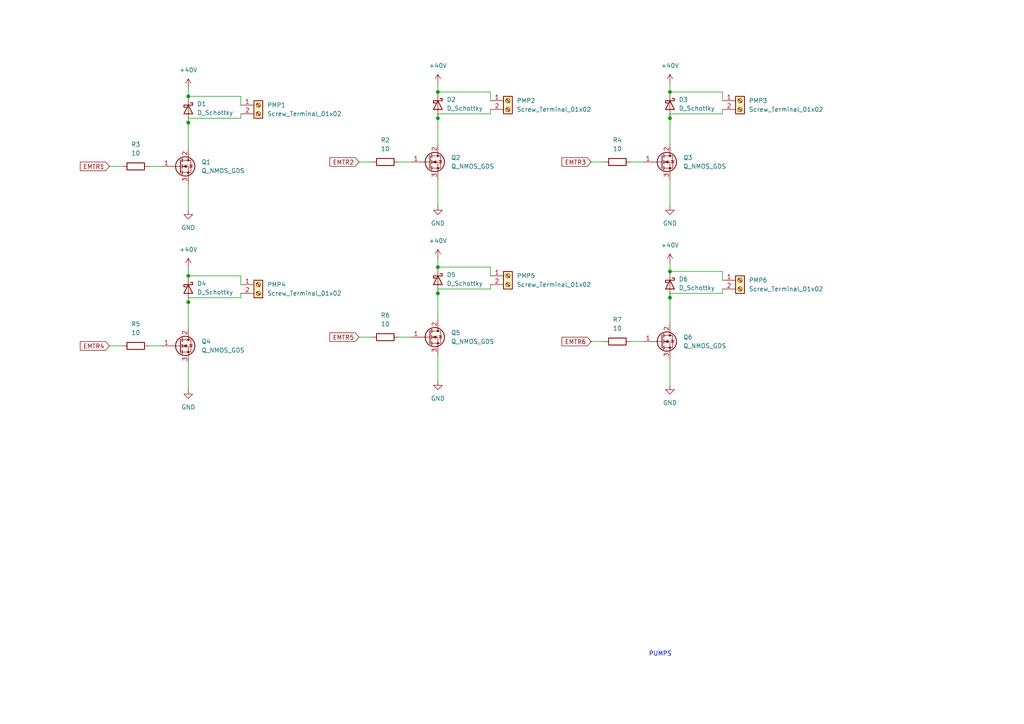
<source format=kicad_sch>
(kicad_sch (version 20231120) (generator "eeschema") (generator_version "8.0")
  (paper "A4")
  (lib_symbols
    (symbol "Connector:Screw_Terminal_01x02" (pin_names (offset 1.016) hide)
      (property "Reference" "J" (at 0 2.54 0))
      (property "Value" "Screw_Terminal_01x02" (at 0 -5.08 0))
      (symbol "Screw_Terminal_01x02_1_1"
        (rectangle (start -1.27 1.27) (end 1.27 -3.81) (stroke (width 0.254)) (fill (type background)))
        (circle (center 0 -2.54) (radius 0.635) (stroke (width 0.1524)))
        (polyline (pts (xy -0.5334 -2.2098) (xy 0.3302 -3.048)) (stroke (width 0.1524)))
        (polyline (pts (xy -0.5334 0.3302) (xy 0.3302 -0.508)) (stroke (width 0.1524)))
        (polyline (pts (xy -0.3556 -2.032) (xy 0.508 -2.8702)) (stroke (width 0.1524)))
        (polyline (pts (xy -0.3556 0.508) (xy 0.508 -0.3302)) (stroke (width 0.1524)))
        (circle (center 0 0) (radius 0.635) (stroke (width 0.1524)))
        (pin passive line (at -5.08 0 0) (length 3.81) (name "Pin_1") (number "1"))
        (pin passive line (at -5.08 -2.54 0) (length 3.81) (name "Pin_2") (number "2"))
      )
    )
    (symbol "Device:D_Schottky" (pin_numbers hide) (pin_names (offset 1.016) hide)
      (property "Reference" "D" (at 0 2.54 0))
      (property "Value" "D_Schottky" (at 0 -2.54 0))
      (symbol "D_Schottky_0_1"
        (polyline (pts (xy 1.27 0) (xy -1.27 0)))
        (polyline (pts (xy 1.27 1.27) (xy 1.27 -1.27) (xy -1.27 0) (xy 1.27 1.27)) (stroke (width 0.254)))
        (polyline (pts (xy -1.905 0.635) (xy -1.905 1.27) (xy -1.27 1.27) (xy -1.27 -1.27) (xy -0.635 -1.27) (xy -0.635 -0.635)) (stroke (width 0.254)))
      )
      (symbol "D_Schottky_1_1"
        (pin passive line (at -3.81 0 0) (length 2.54) (name "K") (number "1"))
        (pin passive line (at 3.81 0 180) (length 2.54) (name "A") (number "2"))
      )
    )
    (symbol "Device:Q_NMOS_GDS" (pin_names (offset 0) hide)
      (property "Reference" "Q" (at 5.08 1.27 0))
      (property "Value" "Q_NMOS_GDS" (at 5.08 -1.27 0))
      (symbol "Q_NMOS_GDS_0_1"
        (polyline (pts (xy 0.254 0) (xy -2.54 0)))
        (polyline (pts (xy 0.254 1.905) (xy 0.254 -1.905)) (stroke (width 0.254)))
        (polyline (pts (xy 0.762 -1.27) (xy 0.762 -2.286)) (stroke (width 0.254)))
        (polyline (pts (xy 0.762 0.508) (xy 0.762 -0.508)) (stroke (width 0.254)))
        (polyline (pts (xy 0.762 2.286) (xy 0.762 1.27)) (stroke (width 0.254)))
        (polyline (pts (xy 2.54 2.54) (xy 2.54 1.778)))
        (polyline (pts (xy 2.54 -2.54) (xy 2.54 0) (xy 0.762 0)))
        (polyline (pts (xy 0.762 -1.778) (xy 3.302 -1.778) (xy 3.302 1.778) (xy 0.762 1.778)))
        (polyline (pts (xy 1.016 0) (xy 2.032 0.381) (xy 2.032 -0.381) (xy 1.016 0)) (fill (type outline)))
        (polyline (pts (xy 2.794 0.508) (xy 2.921 0.381) (xy 3.683 0.381) (xy 3.81 0.254)))
        (polyline (pts (xy 3.302 0.381) (xy 2.921 -0.254) (xy 3.683 -0.254) (xy 3.302 0.381)))
        (circle (center 1.651 0) (radius 2.794) (stroke (width 0.254)))
        (circle (center 2.54 -1.778) (radius 0.254) (fill (type outline)))
        (circle (center 2.54 1.778) (radius 0.254) (fill (type outline)))
      )
      (symbol "Q_NMOS_GDS_1_1"
        (pin input line (at -5.08 0 0) (length 2.54) (name "G") (number "1"))
        (pin passive line (at 2.54 5.08 270) (length 2.54) (name "D") (number "2"))
        (pin passive line (at 2.54 -5.08 90) (length 2.54) (name "S") (number "3"))
      )
    )
    (symbol "Device:R" (pin_numbers hide) (pin_names (offset 0))
      (property "Reference" "R" (at 2.032 0 90))
      (property "Value" "R" (at 0 0 90))
      (symbol "R_0_1"
        (rectangle (start -1.016 -2.54) (end 1.016 2.54) (stroke (width 0.254)))
      )
      (symbol "R_1_1"
        (pin passive line (at 0 3.81 270) (length 1.27) (name "~") (number "1"))
        (pin passive line (at 0 -3.81 90) (length 1.27) (name "~") (number "2"))
      )
    )
    (symbol "power:+3.3V" (power) (pin_numbers hide) (pin_names (offset 0) hide)
      (property "Value" "+3.3V" (at 0 3.556 0))
      (symbol "+3.3V_0_1"
        (polyline (pts (xy -0.762 1.27) (xy 0 2.54)))
        (polyline (pts (xy 0 0) (xy 0 2.54)))
        (polyline (pts (xy 0 2.54) (xy 0.762 1.27)))
      )
      (symbol "+3.3V_1_1"
        (pin power_in line (at 0 0 90) (length 0) (name "~") (number "1"))
      )
    )
    (symbol "power:GND" (power) (pin_numbers hide) (pin_names (offset 0) hide)
      (property "Value" "GND" (at 0 -3.81 0))
      (symbol "GND_0_1"
        (polyline (pts (xy 0 0) (xy 0 -1.27) (xy 1.27 -1.27) (xy 0 -2.54) (xy -1.27 -1.27) (xy 0 -1.27)))
      )
      (symbol "GND_1_1"
        (pin power_in line (at 0 0 270) (length 0) (name "~") (number "1"))
      )
    )
  )
  (junction (at 54.61 35.56))
  (junction (at 194.31 86.36))
  (junction (at 127 26.67))
  (junction (at 194.31 78.74))
  (junction (at 127 34.29))
  (junction (at 54.61 87.63))
  (junction (at 127 85.09))
  (junction (at 194.31 34.29))
  (junction (at 54.61 80.01))
  (junction (at 194.31 26.67))
  (junction (at 127 77.47))
  (junction (at 54.61 27.94))
  (wire (pts (xy 54.61 34.29) (xy 69.85 34.29)))
  (wire (pts (xy 127 83.82) (xy 142.24 83.82)))
  (wire (pts (xy 69.85 27.94) (xy 54.61 27.94)))
  (wire (pts (xy 54.61 105.41) (xy 54.61 113.03)))
  (wire (pts (xy 127 102.87) (xy 127 110.49)))
  (wire (pts (xy 209.55 33.02) (xy 209.55 31.75)))
  (wire (pts (xy 43.18 48.26) (xy 46.99 48.26)))
  (wire (pts (xy 127 33.02) (xy 127 34.29)))
  (wire (pts (xy 194.31 86.36) (xy 194.31 93.98)))
  (wire (pts (xy 31.75 48.26) (xy 35.56 48.26)))
  (wire (pts (xy 194.31 85.09) (xy 209.55 85.09)))
  (wire (pts (xy 194.31 85.09) (xy 194.31 86.36)))
  (wire (pts (xy 209.55 26.67) (xy 194.31 26.67)))
  (wire (pts (xy 127 85.09) (xy 127 92.71)))
  (wire (pts (xy 127 83.82) (xy 127 85.09)))
  (wire (pts (xy 142.24 77.47) (xy 127 77.47)))
  (wire (pts (xy 69.85 80.01) (xy 54.61 80.01)))
  (wire (pts (xy 69.85 27.94) (xy 69.85 30.48)))
  (wire (pts (xy 115.57 46.99) (xy 119.38 46.99)))
  (wire (pts (xy 54.61 86.36) (xy 69.85 86.36)))
  (wire (pts (xy 54.61 77.47) (xy 54.61 80.01)))
  (wire (pts (xy 54.61 53.34) (xy 54.61 60.96)))
  (wire (pts (xy 142.24 26.67) (xy 142.24 29.21)))
  (wire (pts (xy 194.31 76.2) (xy 194.31 78.74)))
  (wire (pts (xy 194.31 33.02) (xy 209.55 33.02)))
  (wire (pts (xy 209.55 78.74) (xy 194.31 78.74)))
  (wire (pts (xy 127 24.13) (xy 127 26.67)))
  (wire (pts (xy 194.31 33.02) (xy 194.31 34.29)))
  (wire (pts (xy 209.55 85.09) (xy 209.55 83.82)))
  (wire (pts (xy 54.61 34.29) (xy 54.61 35.56)))
  (wire (pts (xy 142.24 83.82) (xy 142.24 82.55)))
  (wire (pts (xy 142.24 33.02) (xy 142.24 31.75)))
  (wire (pts (xy 54.61 87.63) (xy 54.61 95.25)))
  (wire (pts (xy 127 74.93) (xy 127 77.47)))
  (wire (pts (xy 209.55 26.67) (xy 209.55 29.21)))
  (wire (pts (xy 31.75 100.33) (xy 35.56 100.33)))
  (wire (pts (xy 127 34.29) (xy 127 41.91)))
  (wire (pts (xy 142.24 77.47) (xy 142.24 80.01)))
  (wire (pts (xy 182.88 46.99) (xy 186.69 46.99)))
  (wire (pts (xy 104.14 46.99) (xy 107.95 46.99)))
  (wire (pts (xy 182.88 99.06) (xy 186.69 99.06)))
  (wire (pts (xy 127 33.02) (xy 142.24 33.02)))
  (wire (pts (xy 104.14 97.79) (xy 107.95 97.79)))
  (wire (pts (xy 194.31 104.14) (xy 194.31 111.76)))
  (wire (pts (xy 209.55 78.74) (xy 209.55 81.28)))
  (wire (pts (xy 54.61 35.56) (xy 54.61 43.18)))
  (wire (pts (xy 194.31 24.13) (xy 194.31 26.67)))
  (wire (pts (xy 69.85 80.01) (xy 69.85 82.55)))
  (wire (pts (xy 194.31 34.29) (xy 194.31 41.91)))
  (wire (pts (xy 127 52.07) (xy 127 59.69)))
  (wire (pts (xy 115.57 97.79) (xy 119.38 97.79)))
  (wire (pts (xy 171.45 46.99) (xy 175.26 46.99)))
  (wire (pts (xy 194.31 52.07) (xy 194.31 59.69)))
  (wire (pts (xy 69.85 86.36) (xy 69.85 85.09)))
  (wire (pts (xy 54.61 25.4) (xy 54.61 27.94)))
  (wire (pts (xy 54.61 86.36) (xy 54.61 87.63)))
  (wire (pts (xy 171.45 99.06) (xy 175.26 99.06)))
  (wire (pts (xy 142.24 26.67) (xy 127 26.67)))
  (wire (pts (xy 69.85 34.29) (xy 69.85 33.02)))
  (wire (pts (xy 43.18 100.33) (xy 46.99 100.33)))
  (text "PUMPS\n" (at 191.516 189.738 0) (effects (font (size 1.27 1.27))))
  (text "PUMP checklist:\n\n" (at 39.37 -17.272 0) (effects (font (size 5.08 5.08))))
  (global_label "EMTR2" (shape input) (at 104.14 46.99 180) (property "Intersheetrefs" "${INTERSHEET_REFS}" (effects (hide yes))))
  (global_label "EMTR6" (shape input) (at 171.45 99.06 180) (property "Intersheetrefs" "${INTERSHEET_REFS}" (effects (hide yes))))
  (global_label "EMTR5" (shape input) (at 104.14 97.79 180) (property "Intersheetrefs" "${INTERSHEET_REFS}" (effects (hide yes))))
  (global_label "EMTR4" (shape input) (at 31.75 100.33 180) (property "Intersheetrefs" "${INTERSHEET_REFS}" (effects (hide yes))))
  (global_label "EMTR3" (shape input) (at 171.45 46.99 180) (property "Intersheetrefs" "${INTERSHEET_REFS}" (effects (hide yes))))
  (global_label "EMTR1" (shape input) (at 31.75 48.26 180) (property "Intersheetrefs" "${INTERSHEET_REFS}" (effects (hide yes))))
  (symbol (lib_id "power:GND") (at 127 110.49 0) (unit 1)
    (property "Reference" "#PWR012" (effects (hide yes)))
    (property "Value" "GND" (at 127 115.57 0))
    (property "Description" "Power symbol creates a global label with name \"GND\" , ground" (effects (hide yes)))
  )
  (symbol (lib_id "Device:R") (at 111.76 97.79 90) (unit 1)
    (property "Reference" "R6" (at 111.76 91.44 90))
    (property "Value" "10" (at 111.76 93.98 90))
    (property "Footprint" "Resistor_SMD:R_0603_1608Metric" (effects (hide yes)))
    (property "Description" "Resistor" (effects (hide yes)))
  )
  (symbol (lib_id "power:+3.3V") (at 194.31 76.2 0) (unit 1)
    (property "Reference" "#PWR013" (effects (hide yes)))
    (property "Value" "+40V" (at 194.31 71.12 0))
    (property "Description" "Power symbol creates a global label with name \"+3.3V\"" (effects (hide yes)))
  )
  (symbol (lib_id "Device:R") (at 179.07 46.99 90) (unit 1)
    (property "Reference" "R4" (at 179.07 40.64 90))
    (property "Value" "10" (at 179.07 43.18 90))
    (property "Footprint" "Resistor_SMD:R_0603_1608Metric" (effects (hide yes)))
    (property "Description" "Resistor" (effects (hide yes)))
  )
  (symbol (lib_id "Connector:Screw_Terminal_01x02") (at 147.32 29.21 0) (unit 1)
    (property "Reference" "PMP2" (at 149.86 29.2099 0) (effects (justify left)))
    (property "Value" "Screw_Terminal_01x02" (at 149.86 31.7499 0) (effects (justify left)))
    (property "Footprint" "TerminalBlock:TerminalBlock_Xinya_XY308-2.54-2P_1x02_P2.54mm_Horizontal" (effects (hide yes)))
    (property "Description" "Generic screw terminal, single row, 01x02, script generated (kicad-library-utils/schlib/autogen/connector/)" (effects (hide yes)))
  )
  (symbol (lib_id "Device:Q_NMOS_GDS") (at 124.46 46.99 0) (unit 1)
    (property "Reference" "Q2" (at 130.81 45.7199 0) (effects (justify left)))
    (property "Value" "Q_NMOS_GDS" (at 130.81 48.2599 0) (effects (justify left)))
    (property "Footprint" "Package_TO_SOT_SMD:TO-252-2" (effects (hide yes)))
    (property "Description" "N-MOSFET transistor, gate/drain/source" (effects (hide yes)))
  )
  (symbol (lib_id "Device:Q_NMOS_GDS") (at 52.07 48.26 0) (unit 1)
    (property "Reference" "Q1" (at 58.42 46.9899 0) (effects (justify left)))
    (property "Value" "Q_NMOS_GDS" (at 58.42 49.5299 0) (effects (justify left)))
    (property "Footprint" "Package_TO_SOT_SMD:TO-252-2" (effects (hide yes)))
    (property "Description" "N-MOSFET transistor, gate/drain/source" (effects (hide yes)))
  )
  (symbol (lib_id "power:+3.3V") (at 127 24.13 0) (unit 1)
    (property "Reference" "#PWR05" (effects (hide yes)))
    (property "Value" "+40V" (at 127 19.05 0))
    (property "Description" "Power symbol creates a global label with name \"+3.3V\"" (effects (hide yes)))
  )
  (symbol (lib_id "Device:R") (at 39.37 48.26 90) (unit 1)
    (property "Reference" "R3" (at 39.37 41.91 90))
    (property "Value" "10" (at 39.37 44.45 90))
    (property "Footprint" "Resistor_SMD:R_0603_1608Metric" (effects (hide yes)))
    (property "Description" "Resistor" (effects (hide yes)))
  )
  (symbol (lib_id "power:+3.3V") (at 127 74.93 0) (unit 1)
    (property "Reference" "#PWR011" (effects (hide yes)))
    (property "Value" "+40V" (at 127 69.85 0))
    (property "Description" "Power symbol creates a global label with name \"+3.3V\"" (effects (hide yes)))
  )
  (symbol (lib_id "Device:D_Schottky") (at 194.31 30.48 270) (unit 1)
    (property "Reference" "D3" (at 196.85 28.8924 90) (effects (justify left)))
    (property "Value" "D_Schottky" (at 196.85 31.4324 90) (effects (justify left)))
    (property "Footprint" "Diode_SMD:D_SMA" (effects (hide yes)))
    (property "Description" "Schottky diode" (effects (hide yes)))
  )
  (symbol (lib_id "Connector:Screw_Terminal_01x02") (at 74.93 30.48 0) (unit 1)
    (property "Reference" "PMP1" (at 77.47 30.4799 0) (effects (justify left)))
    (property "Value" "Screw_Terminal_01x02" (at 77.47 33.0199 0) (effects (justify left)))
    (property "Footprint" "TerminalBlock:TerminalBlock_Xinya_XY308-2.54-2P_1x02_P2.54mm_Horizontal" (effects (hide yes)))
    (property "Description" "Generic screw terminal, single row, 01x02, script generated (kicad-library-utils/schlib/autogen/connector/)" (effects (hide yes)))
  )
  (symbol (lib_id "power:+3.3V") (at 54.61 77.47 0) (unit 1)
    (property "Reference" "#PWR09" (effects (hide yes)))
    (property "Value" "+40V" (at 54.61 72.39 0))
    (property "Description" "Power symbol creates a global label with name \"+3.3V\"" (effects (hide yes)))
  )
  (symbol (lib_id "Connector:Screw_Terminal_01x02") (at 214.63 29.21 0) (unit 1)
    (property "Reference" "PMP3" (at 217.17 29.2099 0) (effects (justify left)))
    (property "Value" "Screw_Terminal_01x02" (at 217.17 31.7499 0) (effects (justify left)))
    (property "Footprint" "TerminalBlock:TerminalBlock_Xinya_XY308-2.54-2P_1x02_P2.54mm_Horizontal" (effects (hide yes)))
    (property "Description" "Generic screw terminal, single row, 01x02, script generated (kicad-library-utils/schlib/autogen/connector/)" (effects (hide yes)))
  )
  (symbol (lib_id "Device:R") (at 39.37 100.33 90) (unit 1)
    (property "Reference" "R5" (at 39.37 93.98 90))
    (property "Value" "10" (at 39.37 96.52 90))
    (property "Footprint" "Resistor_SMD:R_0603_1608Metric" (effects (hide yes)))
    (property "Description" "Resistor" (effects (hide yes)))
  )
  (symbol (lib_id "Connector:Screw_Terminal_01x02") (at 74.93 82.55 0) (unit 1)
    (property "Reference" "PMP4" (at 77.47 82.5499 0) (effects (justify left)))
    (property "Value" "Screw_Terminal_01x02" (at 77.47 85.0899 0) (effects (justify left)))
    (property "Footprint" "TerminalBlock:TerminalBlock_Xinya_XY308-2.54-2P_1x02_P2.54mm_Horizontal" (effects (hide yes)))
    (property "Description" "Generic screw terminal, single row, 01x02, script generated (kicad-library-utils/schlib/autogen/connector/)" (effects (hide yes)))
  )
  (symbol (lib_id "power:+3.3V") (at 54.61 25.4 0) (unit 1)
    (property "Reference" "#PWR03" (effects (hide yes)))
    (property "Value" "+40V" (at 54.61 20.32 0))
    (property "Description" "Power symbol creates a global label with name \"+3.3V\"" (effects (hide yes)))
  )
  (symbol (lib_id "Connector:Screw_Terminal_01x02") (at 214.63 81.28 0) (unit 1)
    (property "Reference" "PMP6" (at 217.17 81.2799 0) (effects (justify left)))
    (property "Value" "Screw_Terminal_01x02" (at 217.17 83.8199 0) (effects (justify left)))
    (property "Footprint" "TerminalBlock:TerminalBlock_Xinya_XY308-2.54-2P_1x02_P2.54mm_Horizontal" (effects (hide yes)))
    (property "Description" "Generic screw terminal, single row, 01x02, script generated (kicad-library-utils/schlib/autogen/connector/)" (effects (hide yes)))
  )
  (symbol (lib_id "power:GND") (at 194.31 59.69 0) (unit 1)
    (property "Reference" "#PWR08" (effects (hide yes)))
    (property "Value" "GND" (at 194.31 64.77 0))
    (property "Description" "Power symbol creates a global label with name \"GND\" , ground" (effects (hide yes)))
  )
  (symbol (lib_id "Connector:Screw_Terminal_01x02") (at 147.32 80.01 0) (unit 1)
    (property "Reference" "PMP5" (at 149.86 80.0099 0) (effects (justify left)))
    (property "Value" "Screw_Terminal_01x02" (at 149.86 82.5499 0) (effects (justify left)))
    (property "Footprint" "TerminalBlock:TerminalBlock_Xinya_XY308-2.54-2P_1x02_P2.54mm_Horizontal" (effects (hide yes)))
    (property "Description" "Generic screw terminal, single row, 01x02, script generated (kicad-library-utils/schlib/autogen/connector/)" (effects (hide yes)))
  )
  (symbol (lib_id "Device:R") (at 111.76 46.99 90) (unit 1)
    (property "Reference" "R2" (at 111.76 40.64 90))
    (property "Value" "10" (at 111.76 43.18 90))
    (property "Footprint" "Resistor_SMD:R_0603_1608Metric" (effects (hide yes)))
    (property "Description" "Resistor" (effects (hide yes)))
  )
  (symbol (lib_id "Device:Q_NMOS_GDS") (at 124.46 97.79 0) (unit 1)
    (property "Reference" "Q5" (at 130.81 96.5199 0) (effects (justify left)))
    (property "Value" "Q_NMOS_GDS" (at 130.81 99.0599 0) (effects (justify left)))
    (property "Footprint" "Package_TO_SOT_SMD:TO-252-2" (effects (hide yes)))
    (property "Description" "N-MOSFET transistor, gate/drain/source" (effects (hide yes)))
  )
  (symbol (lib_id "Device:D_Schottky") (at 127 81.28 270) (unit 1)
    (property "Reference" "D5" (at 129.54 79.6924 90) (effects (justify left)))
    (property "Value" "D_Schottky" (at 129.54 82.2324 90) (effects (justify left)))
    (property "Footprint" "Diode_SMD:D_SMA" (effects (hide yes)))
    (property "Description" "Schottky diode" (effects (hide yes)))
  )
  (symbol (lib_id "Device:D_Schottky") (at 54.61 31.75 270) (unit 1)
    (property "Reference" "D1" (at 57.15 30.1624 90) (effects (justify left)))
    (property "Value" "D_Schottky" (at 57.15 32.7024 90) (effects (justify left)))
    (property "Footprint" "Diode_SMD:D_SMA" (effects (hide yes)))
    (property "Description" "Schottky diode" (effects (hide yes)))
  )
  (symbol (lib_id "Device:Q_NMOS_GDS") (at 191.77 99.06 0) (unit 1)
    (property "Reference" "Q6" (at 198.12 97.7899 0) (effects (justify left)))
    (property "Value" "Q_NMOS_GDS" (at 198.12 100.3299 0) (effects (justify left)))
    (property "Footprint" "Package_TO_SOT_SMD:TO-252-2" (effects (hide yes)))
    (property "Description" "N-MOSFET transistor, gate/drain/source" (effects (hide yes)))
  )
  (symbol (lib_id "Device:D_Schottky") (at 127 30.48 270) (unit 1)
    (property "Reference" "D2" (at 129.54 28.8924 90) (effects (justify left)))
    (property "Value" "D_Schottky" (at 129.54 31.4324 90) (effects (justify left)))
    (property "Footprint" "Diode_SMD:D_SMA" (effects (hide yes)))
    (property "Description" "Schottky diode" (effects (hide yes)))
  )
  (symbol (lib_id "Device:Q_NMOS_GDS") (at 191.77 46.99 0) (unit 1)
    (property "Reference" "Q3" (at 198.12 45.7199 0) (effects (justify left)))
    (property "Value" "Q_NMOS_GDS" (at 198.12 48.2599 0) (effects (justify left)))
    (property "Footprint" "Package_TO_SOT_SMD:TO-252-2" (effects (hide yes)))
    (property "Description" "N-MOSFET transistor, gate/drain/source" (effects (hide yes)))
  )
  (symbol (lib_id "Device:Q_NMOS_GDS") (at 52.07 100.33 0) (unit 1)
    (property "Reference" "Q4" (at 58.42 99.0599 0) (effects (justify left)))
    (property "Value" "Q_NMOS_GDS" (at 58.42 101.5999 0) (effects (justify left)))
    (property "Footprint" "Package_TO_SOT_SMD:TO-252-2" (effects (hide yes)))
    (property "Description" "N-MOSFET transistor, gate/drain/source" (effects (hide yes)))
  )
  (symbol (lib_id "Device:R") (at 179.07 99.06 90) (unit 1)
    (property "Reference" "R7" (at 179.07 92.71 90))
    (property "Value" "10" (at 179.07 95.25 90))
    (property "Footprint" "Resistor_SMD:R_0603_1608Metric" (effects (hide yes)))
    (property "Description" "Resistor" (effects (hide yes)))
  )
  (symbol (lib_id "power:+3.3V") (at 194.31 24.13 0) (unit 1)
    (property "Reference" "#PWR07" (effects (hide yes)))
    (property "Value" "+40V" (at 194.31 19.05 0))
    (property "Description" "Power symbol creates a global label with name \"+3.3V\"" (effects (hide yes)))
  )
  (symbol (lib_id "Device:D_Schottky") (at 54.61 83.82 270) (unit 1)
    (property "Reference" "D4" (at 57.15 82.2324 90) (effects (justify left)))
    (property "Value" "D_Schottky" (at 57.15 84.7724 90) (effects (justify left)))
    (property "Footprint" "Diode_SMD:D_SMA" (effects (hide yes)))
    (property "Description" "Schottky diode" (effects (hide yes)))
  )
  (symbol (lib_id "power:GND") (at 54.61 113.03 0) (unit 1)
    (property "Reference" "#PWR010" (effects (hide yes)))
    (property "Value" "GND" (at 54.61 118.11 0))
    (property "Description" "Power symbol creates a global label with name \"GND\" , ground" (effects (hide yes)))
  )
  (symbol (lib_id "power:GND") (at 127 59.69 0) (unit 1)
    (property "Reference" "#PWR06" (effects (hide yes)))
    (property "Value" "GND" (at 127 64.77 0))
    (property "Description" "Power symbol creates a global label with name \"GND\" , ground" (effects (hide yes)))
  )
  (symbol (lib_id "power:GND") (at 194.31 111.76 0) (unit 1)
    (property "Reference" "#PWR023" (effects (hide yes)))
    (property "Value" "GND" (at 194.31 116.84 0))
    (property "Description" "Power symbol creates a global label with name \"GND\" , ground" (effects (hide yes)))
  )
  (symbol (lib_id "Device:D_Schottky") (at 194.31 82.55 270) (unit 1)
    (property "Reference" "D6" (at 196.85 80.9624 90) (effects (justify left)))
    (property "Value" "D_Schottky" (at 196.85 83.5024 90) (effects (justify left)))
    (property "Footprint" "Diode_SMD:D_SMA" (effects (hide yes)))
    (property "Description" "Schottky diode" (effects (hide yes)))
  )
  (symbol (lib_id "power:GND") (at 54.61 60.96 0) (unit 1)
    (property "Reference" "#PWR04" (effects (hide yes)))
    (property "Value" "GND" (at 54.61 66.04 0))
    (property "Description" "Power symbol creates a global label with name \"GND\" , ground" (effects (hide yes)))
  )
  (sheet (at 302.26 73.66) (size 83.82 57.15) (stroke (width 0.1524))
    (property "Sheetname" "Breakouts" (at 302.26 72.9484 0) (effects (justify left bottom)))
    (property "Sheetfile" "breakouts.kicad_sch" (at 302.26 131.3946 0) (effects (justify left top)))
  )
  (sheet (at 302.26 137.16) (size 82.55 72.39) (stroke (width 0.1524))
    (property "Sheetname" "Servos" (at 302.26 136.4484 0) (effects (justify left bottom)))
    (property "Sheetfile" "Servos.kicad_sch" (at 302.26 210.1346 0) (effects (justify left top)))
  )
  (sheet (at 466.09 73.66) (size 68.58 57.15) (stroke (width 0.1524))
    (property "Sheetname" "USB Programming" (at 466.09 72.9484 0) (effects (justify left bottom)))
    (property "Sheetfile" "USB.kicad_sch" (at 466.09 131.3946 0) (effects (justify left top)))
  )
  (sheet (at 387.35 137.16) (size 77.47 72.39) (stroke (width 0.1524))
    (property "Sheetname" "PWM" (at 387.35 136.4484 0) (effects (justify left bottom)))
    (property "Sheetfile" "PWM.kicad_sch" (at 387.35 210.1346 0) (effects (justify left top)))
  )
  (sheet (at 302.26 0) (size 83.82 68.58) (stroke (width 0.1524))
    (property "Sheetname" "PWR" (at 302.26 -0.7116 0) (effects (justify left bottom)))
    (property "Sheetfile" "PWR.kicad_sch" (at 302.26 69.1646 0) (effects (justify left top)))
  )
  (sheet (at 466.09 137.16) (size 68.58 72.39) (stroke (width 0.1524))
    (property "Sheetname" "FAN" (at 466.09 136.4484 0) (effects (justify left bottom)))
    (property "Sheetfile" "FAN.kicad_sch" (at 466.09 210.1346 0) (effects (justify left top)))
  )
  (sheet (at 466.09 0) (size 68.58 68.58) (stroke (width 0.1524))
    (property "Sheetname" "Lasors" (at 466.09 -0.7116 0) (effects (justify left bottom)))
    (property "Sheetfile" "lasor.kicad_sch" (at 466.09 69.1646 0) (effects (justify left top)))
  )
  (sheet (at 387.35 73.66) (size 77.47 57.15) (stroke (width 0.1524))
    (property "Sheetname" "Sensors" (at 387.35 72.9484 0) (effects (justify left bottom)))
    (property "Sheetfile" "sensors.kicad_sch" (at 387.35 131.3946 0) (effects (justify left top)))
  )
  (sheet (at 387.35 0) (size 77.47 68.58) (stroke (width 0.1524))
    (property "Sheetname" "MICROMOD" (at 387.35 -0.7116 0) (effects (justify left bottom)))
    (property "Sheetfile" "comms.kicad_sch" (at 387.35 69.1646 0) (effects (justify left top)))
  )
)
</source>
